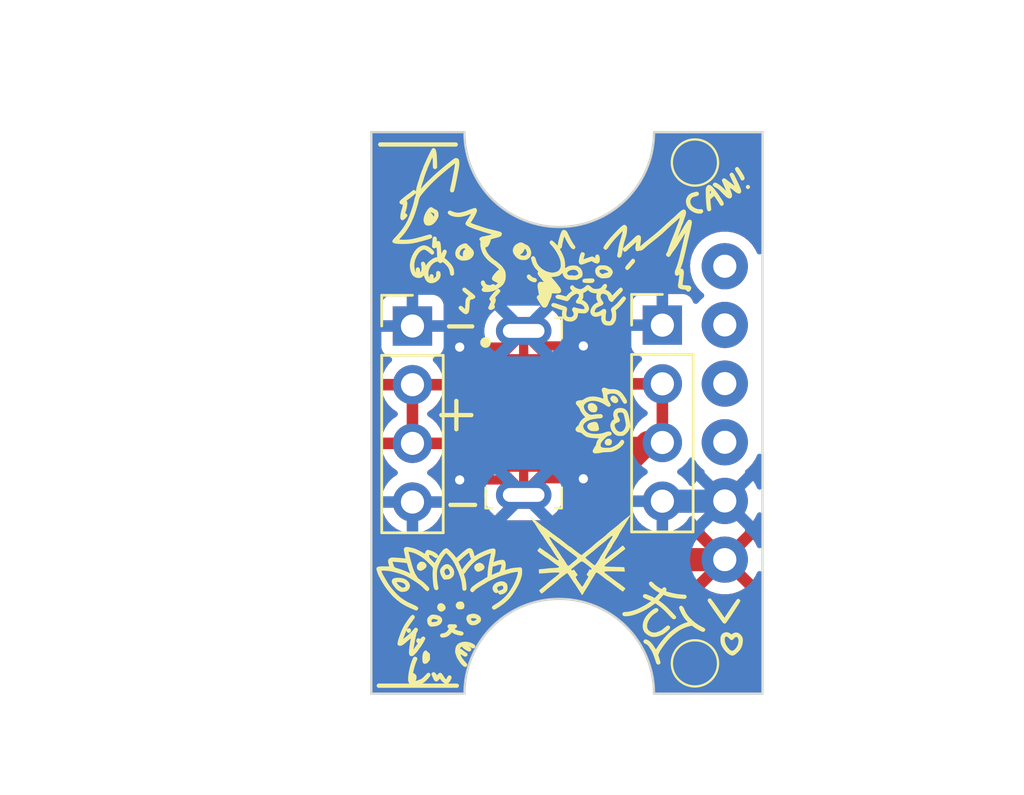
<source format=kicad_pcb>
(kicad_pcb (version 20240108) (generator "pcbnew") (generator_version "8.0")
  (layers (0 "F.Cu" signal) (31 "B.Cu" signal) (34 "B.Paste" user) (35 "F.Paste" user) (36 "B.SilkS" user "B.Silkscreen") (37 "F.SilkS" user "F.Silkscreen") (38 "B.Mask" user) (39 "F.Mask" user) (44 "Edge.Cuts" user))
  (net 0 "")
  (net 1 "GND")
  (net 12 "VBUS")
  (footprint "USB_custom:YTC-TC16S-128" (layer "F.Cu") (at 158.1 92.8 90)
    (property "Reference" "U2" (hide yes))
    (property "Value" "YTC-TC16S-128" (hide yes))
    (pad "A1" smd rect (at 2.345 -1.1 90) (size 0.4 0.79) (layers "F.Cu" "F.Paste" "F.Mask") (net 1 "GND"))
    (pad "A4" smd rect (at 1.675 -1.1 90) (size 0.4 0.79) (layers "F.Cu" "F.Paste" "F.Mask") (net 12 "VBUS"))
    (pad "A5" smd rect (at 1.005 -1.1 90) (size 0.4 0.79) (layers "F.Cu" "F.Paste" "F.Mask"))
    (pad "A6" smd rect (at 0.3 -1.1 90) (size 0.4 0.79) (layers "F.Cu" "F.Paste" "F.Mask"))
    (pad "A7" smd rect (at -0.335 -1.1 90) (size 0.4 0.79) (layers "F.Cu" "F.Paste" "F.Mask"))
    (pad "A8" smd rect (at -1.005 -1.1 90) (size 0.4 0.79) (layers "F.Cu" "F.Paste" "F.Mask"))
    (pad "A9" smd rect (at -1.675 -1.1 90) (size 0.4 0.79) (layers "F.Cu" "F.Paste" "F.Mask") (net 12 "VBUS"))
    (pad "A12" smd rect (at -2.345 -1.1 90) (size 0.4 0.79) (layers "F.Cu" "F.Paste" "F.Mask") (net 1 "GND"))
    (pad "B1" smd rect (at -2.345 1.1 90) (size 0.4 0.79) (layers "F.Cu" "F.Paste" "F.Mask") (net 1 "GND"))
    (pad "B4" smd rect (at -1.675 1.1 90) (size 0.4 0.79) (layers "F.Cu" "F.Paste" "F.Mask") (net 12 "VBUS"))
    (pad "B5" smd rect (at -1.005 1.1 90) (size 0.4 0.79) (layers "F.Cu" "F.Paste" "F.Mask"))
    (pad "B6" smd rect (at -0.335 1.1 90) (size 0.4 0.79) (layers "F.Cu" "F.Paste" "F.Mask"))
    (pad "B7" smd rect (at 0.3 1.1 90) (size 0.4 0.79) (layers "F.Cu" "F.Paste" "F.Mask"))
    (pad "B8" smd rect (at 1.005 1.1 90) (size 0.4 0.79) (layers "F.Cu" "F.Paste" "F.Mask"))
    (pad "B9" smd rect (at 1.675 1.1 90) (size 0.4 0.79) (layers "F.Cu" "F.Paste" "F.Mask") (net 12 "VBUS"))
    (pad "B12" smd rect (at 2.345 1.1 90) (size 0.4 0.79) (layers "F.Cu" "F.Paste" "F.Mask") (net 1 "GND"))
    (pad "EH1" thru_hole oval (at -3.55 0 90) (size 1.2 2.4) (drill oval 0.6 1.8) (layers "*.Cu" "*.Mask") (net 1 "GND"))
    (pad "EH2" thru_hole oval (at 3.55 0 90) (size 1.2 2.4) (drill oval 0.6 1.8) (layers "*.Cu" "*.Mask") (net 1 "GND"))
  )
  (footprint "Connector_PinHeader_2.54mm:PinHeader_1x04_P2.54mm_Vertical" (layer "F.Cu") (at 153.289 89.037)
    (property "Reference" "J2" (hide yes))
    (property "Value" "DNP")
    (pad "1" thru_hole rect (at 0 0) (size 1.7 1.7) (drill 1) (layers "*.Cu" "*.Mask") (net 1 "GND"))
    (pad "2" thru_hole oval (at 0 2.54) (size 1.7 1.7) (drill 1) (layers "*.Cu" "*.Mask") (net 12 "VBUS"))
    (pad "3" thru_hole oval (at 0 5.08) (size 1.7 1.7) (drill 1) (layers "*.Cu" "*.Mask") (net 12 "VBUS"))
    (pad "4" thru_hole oval (at 0 7.62) (size 1.7 1.7) (drill 1) (layers "*.Cu" "*.Mask") (net 1 "GND"))
  )
  (footprint "Connector_PinHeader_2.54mm:PinHeader_1x04_P2.54mm_Vertical" (layer "F.Cu") (at 164.1 89)
    (property "Reference" "J1" (hide yes))
    (property "Value" "DNP")
    (pad "1" thru_hole rect (at 0 0) (size 1.7 1.7) (drill 1) (layers "*.Cu" "*.Mask") (net 1 "GND"))
    (pad "2" thru_hole oval (at 0 2.54) (size 1.7 1.7) (drill 1) (layers "*.Cu" "*.Mask") (net 12 "VBUS"))
    (pad "3" thru_hole oval (at 0 5.08) (size 1.7 1.7) (drill 1) (layers "*.Cu" "*.Mask") (net 12 "VBUS"))
    (pad "4" thru_hole oval (at 0 7.62) (size 1.7 1.7) (drill 1) (layers "*.Cu" "*.Mask") (net 1 "GND"))
  )
  (footprint "breakout_custom:Treedix USB Type-C" (layer "F.Cu") (at 166.8 92.8 180)
    (property "Reference" "U1" (hide yes))
    (property "Value" "DNP" (hide yes))
    (pad "1" thru_hole circle (at 0 -6.35 180) (size 2 2) (drill 1) (layers "*.Cu" "*.Mask") (net 12 "VBUS"))
    (pad "2" thru_hole circle (at 0 -3.81 180) (size 2 2) (drill 1) (layers "*.Cu" "*.Mask") (net 1 "GND"))
    (pad "3" thru_hole circle (at 0 -1.27 180) (size 2 2) (drill 1) (layers "*.Cu" "*.Mask"))
    (pad "4" thru_hole circle (at 0 1.27 180) (size 2 2) (drill 1) (layers "*.Cu" "*.Mask"))
    (pad "5" thru_hole circle (at 0 3.81 180) (size 2 2) (drill 1) (layers "*.Cu" "*.Mask"))
    (pad "6" thru_hole circle (at 0 6.35 180) (size 2 2) (drill 1) (layers "*.Cu" "*.Mask"))
  )
  (footprint "LOGO" (layer "F.Cu") (at 160.02 92.837)
    (property "Reference" "G***" (hide yes))
    (property "Value" "LOGO" (hide yes))
  )
  (gr_line (start 168.428954 104.95) (end 163.739 104.95) (stroke (width 0.1)) (layer "Edge.Cuts"))
  (gr_line (start 163.739 80.65) (end 168.428954 80.65) (stroke (width 0.1)) (layer "Edge.Cuts"))
  (gr_arc (start 155.539 104.95) (mid 159.639 100.85) (end 163.739 104.95) (stroke (width 0.1)) (layer "Edge.Cuts"))
  (gr_line (start 151.511 80.645) (end 155.539 80.645) (stroke (width 0.1)) (layer "Edge.Cuts"))
  (gr_arc (start 163.739 80.65) (mid 159.639 84.75) (end 155.539 80.65) (stroke (width 0.1)) (layer "Edge.Cuts"))
  (gr_line (start 168.428954 80.65) (end 168.428954 104.95) (stroke (width 0.1)) (layer "Edge.Cuts"))
  (gr_line (start 155.539 104.95) (end 151.511 104.95) (stroke (width 0.1)) (layer "Edge.Cuts"))
  (gr_line (start 151.511 104.95) (end 151.511 80.645) (stroke (width 0.1)) (layer "Edge.Cuts"))
  (segment (start 166.79 96.62) (end 166.8 96.61) (width 0.4) (layer "F.Cu") (net 1))
  (segment (start 158.08178 90.455) (end 159.2 90.455) (width 0.4) (layer "F.Cu") (net 1))
  (segment (start 158.8 95.65) (end 158.1 96.35) (width 0.4) (layer "F.Cu") (net 1))
  (segment (start 159.2 90.455) (end 160.12678 90.455) (width 0.4) (layer "F.Cu") (net 1))
  (segment (start 159.2 95.145) (end 160.27678 95.145) (width 0.4) (layer "F.Cu") (net 1))
  (segment (start 155.33178 95.6) (end 155.78678 95.145) (width 0.4) (layer "F.Cu") (net 1))
  (segment (start 158.1 96.245) (end 157 95.145) (width 0.4) (layer "F.Cu") (net 1))
  (segment (start 155.33178 89.95) (end 157.4 89.95) (width 0.4) (layer "F.Cu") (net 1))
  (segment (start 157.4 89.95) (end 158.1 89.25) (width 0.4) (layer "F.Cu") (net 1))
  (segment (start 158.1 89.25) (end 158.1 90.43678) (width 0.4) (layer "F.Cu") (net 1))
  (segment (start 166.61 96.61) (end 166.8 96.61) (width 1) (layer "F.Cu") (net 1))
  (segment (start 160.68178 95.55) (end 160.27678 95.145) (width 0.4) (layer "F.Cu") (net 1))
  (segment (start 158.1 90.43678) (end 158.08178 90.455) (width 0.4) (layer "F.Cu") (net 1))
  (segment (start 158.1 89.25) (end 158.1 89.355) (width 0.4) (layer "F.Cu") (net 1))
  (segment (start 157 90.455) (end 158.08178 90.455) (width 0.4) (layer "F.Cu") (net 1))
  (segment (start 157 95.145) (end 155.78678 95.145) (width 0.4) (layer "F.Cu") (net 1))
  (segment (start 158.1 96.35) (end 158.1 95.16322) (width 0.4) (layer "F.Cu") (net 1))
  (segment (start 155.33178 95.7) (end 155.33178 95.6) (width 0.4) (layer "F.Cu") (net 1))
  (segment (start 158.1 96.245) (end 159.2 95.145) (width 0.4) (layer "F.Cu") (net 1))
  (segment (start 157.45 95.7) (end 158.1 96.35) (width 0.4) (layer "F.Cu") (net 1))
  (segment (start 164.1 96.62) (end 166.79 96.62) (width 1) (layer "F.Cu") (net 1))
  (segment (start 160.12678 90.455) (end 160.68178 89.9) (width 0.4) (layer "F.Cu") (net 1))
  (segment (start 160.68178 95.65) (end 160.68178 95.55) (width 0.4) (layer "F.Cu") (net 1))
  (segment (start 157 95.145) (end 158.08178 95.145) (width 0.4) (layer "F.Cu") (net 1))
  (segment (start 155.83678 90.455) (end 155.33178 89.95) (width 0.4) (layer "F.Cu") (net 1))
  (segment (start 157 90.455) (end 155.83678 90.455) (width 0.4) (layer "F.Cu") (net 1))
  (segment (start 158.1 89.355) (end 159.2 90.455) (width 0.4) (layer "F.Cu") (net 1))
  (segment (start 158.1 89.355) (end 157 90.455) (width 0.4) (layer "F.Cu") (net 1))
  (segment (start 158.08178 95.145) (end 159.2 95.145) (width 0.4) (layer "F.Cu") (net 1))
  (segment (start 158.1 96.35) (end 158.1 96.245) (width 0.4) (layer "F.Cu") (net 1))
  (segment (start 155.33178 95.7) (end 157.45 95.7) (width 0.4) (layer "F.Cu") (net 1))
  (segment (start 158.75 89.9) (end 158.1 89.25) (width 0.4) (layer "F.Cu") (net 1))
  (segment (start 160.68178 95.65) (end 158.8 95.65) (width 0.4) (layer "F.Cu") (net 1))
  (segment (start 160.68178 89.9) (end 158.75 89.9) (width 0.4) (layer "F.Cu") (net 1))
  (segment (start 158.1 95.16322) (end 158.08178 95.145) (width 0.4) (layer "F.Cu") (net 1))
  (via (at 155.33178 95.7) (size 0.8) (drill 0.4) (layers "F.Cu" "B.Cu") (net 1))
  (via (at 155.33178 89.95) (size 0.8) (drill 0.4) (layers "F.Cu" "B.Cu") (net 1))
  (via (at 160.68178 95.65) (size 0.8) (drill 0.4) (layers "F.Cu" "B.Cu") (net 1))
  (via (at 160.68178 89.9) (size 0.8) (drill 0.4) (layers "F.Cu" "B.Cu") (net 1))
  (segment (start 166.79 96.62) (end 166.8 96.61) (width 0.4) (layer "B.Cu") (net 1))
  (segment (start 164.1 96.62) (end 166.79 96.62) (width 1) (layer "B.Cu") (net 1))
  (segment (start 166.61 96.61) (end 166.8 96.61) (width 0.6) (layer "B.Cu") (net 1))
  (segment (start 161.356 91.125) (end 161.544 91.313) (width 0.4) (layer "F.Cu") (net 12))
  (segment (start 157 91.125) (end 155.636 91.125) (width 0.4) (layer "F.Cu") (net 12))
  (segment (start 163.793 99.15) (end 166.8 99.15) (width 1) (layer "F.Cu") (net 12))
  (segment (start 163.476 94.08) (end 162.179 95.377) (width 1) (layer "F.Cu") (net 12))
  (segment (start 159.2 94.475) (end 161.43 94.475) (width 0.4) (layer "F.Cu") (net 12))
  (segment (start 162.179 95.377) (end 162.179 97.536) (width 1) (layer "F.Cu") (net 12))
  (segment (start 159.2 91.125) (end 161.356 91.125) (width 0.4) (layer "F.Cu") (net 12))
  (segment (start 161.43 94.475) (end 161.544 94.361) (width 0.4) (layer "F.Cu") (net 12))
  (segment (start 157 94.475) (end 155.562 94.475) (width 0.4) (layer "F.Cu") (net 12))
  (segment (start 164.27 94.08) (end 164.27 94.27) (width 1) (layer "F.Cu") (net 12))
  (segment (start 162.179 97.536) (end 163.793 99.15) (width 1) (layer "F.Cu") (net 12))
  (segment (start 157 91.125) (end 159.2 91.125) (width 0.4) (layer "F.Cu") (net 12))
  (segment (start 155.562 94.475) (end 155.194 94.107) (width 0.4) (layer "F.Cu") (net 12))
  (segment (start 164.1 94.08) (end 164.27 94.08) (width 0.4) (layer "F.Cu") (net 12))
  (segment (start 157 94.475) (end 159.2 94.475) (width 0.4) (layer "F.Cu") (net 12))
  (segment (start 155.636 91.125) (end 155.194 91.567) (width 0.4) (layer "F.Cu") (net 12))
  (segment (start 164.1 94.08) (end 163.476 94.08) (width 1) (layer "F.Cu") (net 12))
  (segment (start 164.27 94.08) (end 164.27 94.27) (width 0.6) (layer "B.Cu") (net 12))
  (zone (net 12) (net_name "VBUS") (layer "F.Cu") (connect_pads (clearance 0.5)) (min_thickness 0.25) (fill yes (thermal_gap 0.5) (thermal_bridge_width 0.5))
    (polygon (pts (xy 151.511 80.674294) (xy 168.35 80.624294) (xy 168.4 104.924294) (xy 151.511 105.024294)))
  )
  (zone (net 1) (net_name "GND") (layer "B.Cu") (connect_pads (clearance 0.5)) (min_thickness 0.25) (fill yes (thermal_gap 0.5) (thermal_bridge_width 0.5))
    (polygon (pts (xy 151.498 80.674294) (xy 168.4 80.624294) (xy 168.5 104.924294) (xy 151.511 105.024294)))
  )
)
</source>
